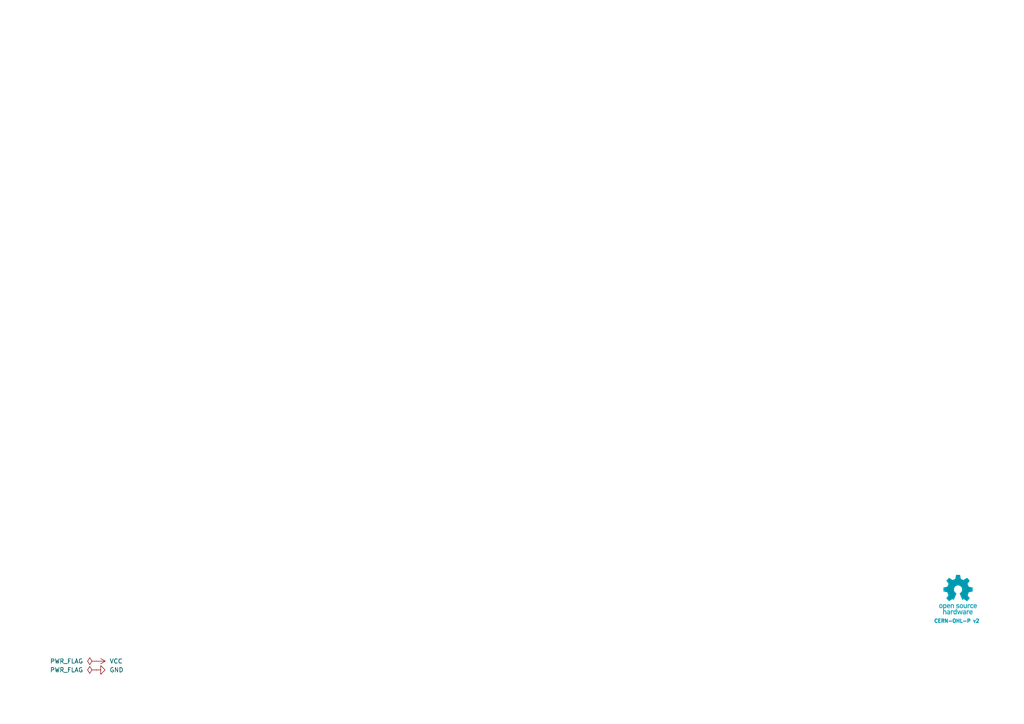
<source format=kicad_sch>
(kicad_sch (version 20231120) (generator "eeschema") (generator_version "8.0")
  (paper "A4")
  (lib_symbols
    (symbol "power:GND" (power) (pin_numbers hide) (pin_names (offset 0) hide)
      (property "Value" "GND" (at 0 -3.81 0))
      (symbol "GND_0_1"
        (polyline (pts (xy 0 0) (xy 0 -1.27) (xy 1.27 -1.27) (xy 0 -2.54) (xy -1.27 -1.27) (xy 0 -1.27)))
      )
      (symbol "GND_1_1"
        (pin power_in line (at 0 0 270) (length 0) (name "~") (number "1"))
      )
    )
    (symbol "power:PWR_FLAG" (power) (pin_numbers hide) (pin_names (offset 0) hide)
      (property "Value" "PWR_FLAG" (at 0 3.81 0))
      (symbol "PWR_FLAG_0_0"
        (pin power_out line (at 0 0 90) (length 0) (name "~") (number "1"))
      )
      (symbol "PWR_FLAG_0_1"
        (polyline (pts (xy 0 0) (xy 0 1.27) (xy -1.016 1.905) (xy 0 2.54) (xy 1.016 1.905) (xy 0 1.27)))
      )
    )
    (symbol "power:VCC" (power) (pin_numbers hide) (pin_names (offset 0) hide)
      (property "Value" "VCC" (at 0 3.556 0))
      (symbol "VCC_0_1"
        (polyline (pts (xy -0.762 1.27) (xy 0 2.54)))
        (polyline (pts (xy 0 0) (xy 0 2.54)))
        (polyline (pts (xy 0 2.54) (xy 0.762 1.27)))
      )
      (symbol "VCC_1_1"
        (pin power_in line (at 0 0 90) (length 0) (name "~") (number "1"))
      )
    )
  )
  (image (at 277.876 172.466) (scale 0.1691))
  (text "CERN-OHL-P v2" (at 277.495 180.34 0) (effects (font (size 1.016 1.016) (thickness 0.4) (bold yes))))
  (symbol (lib_id "power:VCC") (at 27.94 191.77 270) (unit 1)
    (property "Reference" "#PWR01" (effects (hide yes)))
    (property "Value" "VCC" (at 31.75 191.7699 90) (effects (justify left)))
    (property "Description" "Power symbol creates a global label with name \"VCC\"" (effects (hide yes)))
  )
  (symbol (lib_id "power:GND") (at 27.94 194.31 90) (unit 1)
    (property "Reference" "#PWR02" (effects (hide yes)))
    (property "Value" "GND" (at 31.75 194.3099 90) (effects (justify right)))
    (property "Description" "Power symbol creates a global label with name \"GND\" , ground" (effects (hide yes)))
  )
  (symbol (lib_id "power:PWR_FLAG") (at 27.94 191.77 90) (unit 1)
    (property "Reference" "#FLG01" (effects (hide yes)))
    (property "Value" "PWR_FLAG" (at 24.13 191.7699 90) (effects (justify left)))
    (property "Description" "Special symbol for telling ERC where power comes from" (effects (hide yes)))
  )
  (symbol (lib_id "power:PWR_FLAG") (at 27.94 194.31 90) (unit 1)
    (property "Reference" "#FLG02" (effects (hide yes)))
    (property "Value" "PWR_FLAG" (at 24.13 194.3099 90) (effects (justify left)))
    (property "Description" "Special symbol for telling ERC where power comes from" (effects (hide yes)))
  )
)
</source>
